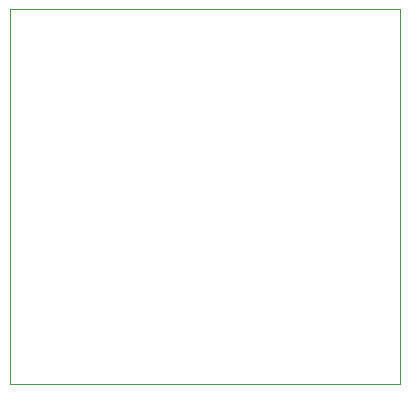
<source format=gbr>
G04 #@! TF.GenerationSoftware,KiCad,Pcbnew,(5.1.0)-1*
G04 #@! TF.CreationDate,2019-09-02T23:35:44-05:00*
G04 #@! TF.ProjectId,Current_Sense_Nano,43757272-656e-4745-9f53-656e73655f4e,v01*
G04 #@! TF.SameCoordinates,Original*
G04 #@! TF.FileFunction,Profile,NP*
%FSLAX46Y46*%
G04 Gerber Fmt 4.6, Leading zero omitted, Abs format (unit mm)*
G04 Created by KiCad (PCBNEW (5.1.0)-1) date 2019-09-02 23:35:44*
%MOMM*%
%LPD*%
G04 APERTURE LIST*
%ADD10C,0.050000*%
G04 APERTURE END LIST*
D10*
X160020000Y-101600000D02*
X160020000Y-133350000D01*
X127000000Y-133350000D02*
X160020000Y-133350000D01*
X127000000Y-101600000D02*
X127000000Y-133350000D01*
X127000000Y-101600000D02*
X160020000Y-101600000D01*
M02*

</source>
